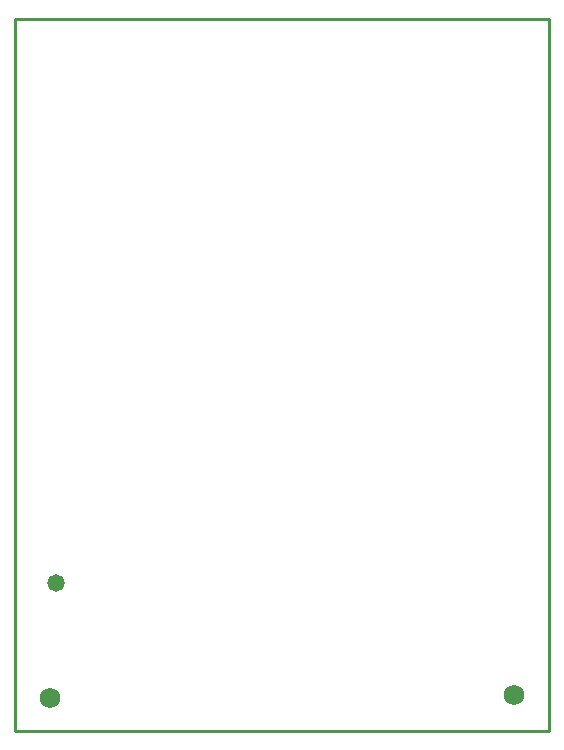
<source format=gbs>
G04*
G04 #@! TF.GenerationSoftware,Altium Limited,Altium Designer,18.0.12 (696)*
G04*
G04 Layer_Color=16711935*
%FSLAX25Y25*%
%MOIN*%
G70*
G01*
G75*
%ADD12C,0.01000*%
%ADD22C,0.06800*%
%ADD23C,0.05800*%
D12*
X99410Y99410D02*
Y336614D01*
Y99410D02*
X277559D01*
Y336614D01*
X99410D02*
X277559D01*
D22*
X265748Y111221D02*
D03*
X111221Y110236D02*
D03*
D23*
X113189Y148622D02*
D03*
M02*

</source>
